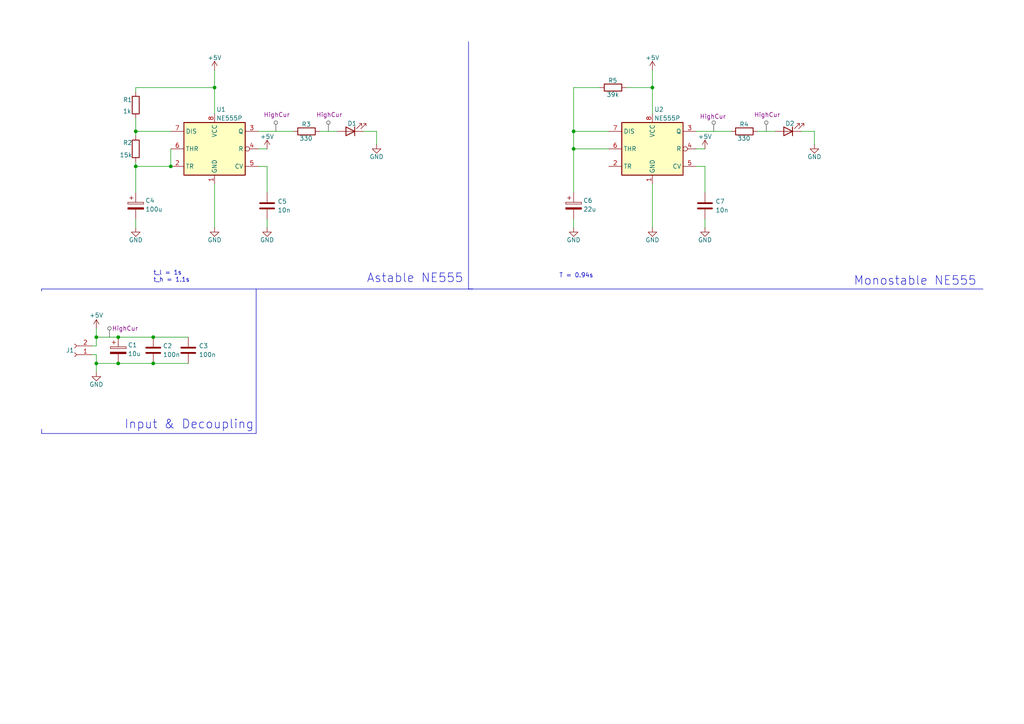
<source format=kicad_sch>
(kicad_sch (version 20250114) (generator "eeschema") (generator_version "9.0")
  (paper "A4")
  (title_block (title "AstabeMonostable_NE555") (date "2025-11-21") (rev "v1") (company "made by Fabrice Gomes"))
  (lib_symbols
    (symbol "Connector:Conn_01x02_Socket" (pin_names (offset 1.016) (hide yes))
      (property "Reference" "J" (at 0 2.54 0))
      (property "Value" "Conn_01x02_Socket" (at 0 -5.08 0))
      (symbol "Conn_01x02_Socket_1_1"
        (polyline (pts (xy -1.27 0) (xy -0.508 0)) (stroke (width 0.1524)))
        (polyline (pts (xy -1.27 -2.54) (xy -0.508 -2.54)) (stroke (width 0.1524)))
        (arc (start 0 -0.508) (mid -0.5058 0) (end 0 0.508) (stroke (width 0.1524)))
        (arc (start 0 -3.048) (mid -0.5058 -2.54) (end 0 -2.032) (stroke (width 0.1524)))
        (pin passive line (at -5.08 0 0) (length 3.81) (name "Pin_1") (number "1"))
        (pin passive line (at -5.08 -2.54 0) (length 3.81) (name "Pin_2") (number "2"))
      )
    )
    (symbol "Device:C" (pin_numbers (hide yes)) (pin_names (offset 0.254))
      (property "Reference" "C" (at 0.635 2.54 0))
      (property "Value" "C" (at 0.635 -2.54 0))
      (symbol "C_0_1"
        (polyline (pts (xy -2.032 0.762) (xy 2.032 0.762)) (stroke (width 0.508)))
        (polyline (pts (xy -2.032 -0.762) (xy 2.032 -0.762)) (stroke (width 0.508)))
      )
      (symbol "C_1_1"
        (pin passive line (at 0 3.81 270) (length 2.794) (name "~") (number "1"))
        (pin passive line (at 0 -3.81 90) (length 2.794) (name "~") (number "2"))
      )
    )
    (symbol "Device:C_Polarized" (pin_numbers (hide yes)) (pin_names (offset 0.254))
      (property "Reference" "C" (at 0.635 2.54 0))
      (property "Value" "C_Polarized" (at 0.635 -2.54 0))
      (symbol "C_Polarized_0_1"
        (rectangle (start -2.286 0.508) (end 2.286 1.016))
        (polyline (pts (xy -1.778 2.286) (xy -0.762 2.286)))
        (polyline (pts (xy -1.27 2.794) (xy -1.27 1.778)))
        (rectangle (start 2.286 -0.508) (end -2.286 -1.016) (fill (type outline)))
      )
      (symbol "C_Polarized_1_1"
        (pin passive line (at 0 3.81 270) (length 2.794) (name "~") (number "1"))
        (pin passive line (at 0 -3.81 90) (length 2.794) (name "~") (number "2"))
      )
    )
    (symbol "Device:LED" (pin_numbers (hide yes)) (pin_names (offset 1.016) (hide yes))
      (property "Reference" "D" (at 0 2.54 0))
      (property "Value" "LED" (at 0 -2.54 0))
      (symbol "LED_0_1"
        (polyline (pts (xy -3.048 -0.762) (xy -4.572 -2.286) (xy -3.81 -2.286) (xy -4.572 -2.286) (xy -4.572 -1.524)))
        (polyline (pts (xy -1.778 -0.762) (xy -3.302 -2.286) (xy -2.54 -2.286) (xy -3.302 -2.286) (xy -3.302 -1.524)))
        (polyline (pts (xy -1.27 0) (xy 1.27 0)))
        (polyline (pts (xy -1.27 -1.27) (xy -1.27 1.27)) (stroke (width 0.254)))
        (polyline (pts (xy 1.27 -1.27) (xy 1.27 1.27) (xy -1.27 0) (xy 1.27 -1.27)) (stroke (width 0.254)))
      )
      (symbol "LED_1_1"
        (pin passive line (at -3.81 0 0) (length 2.54) (name "K") (number "1"))
        (pin passive line (at 3.81 0 180) (length 2.54) (name "A") (number "2"))
      )
    )
    (symbol "Device:R" (pin_numbers (hide yes)) (pin_names (offset 0))
      (property "Reference" "R" (at 2.032 0 90))
      (property "Value" "R" (at 0 0 90))
      (symbol "R_0_1"
        (rectangle (start -1.016 -2.54) (end 1.016 2.54) (stroke (width 0.254)))
      )
      (symbol "R_1_1"
        (pin passive line (at 0 3.81 270) (length 1.27) (name "~") (number "1"))
        (pin passive line (at 0 -3.81 90) (length 1.27) (name "~") (number "2"))
      )
    )
    (symbol "NE555P_1"
      (property "Reference" "U1" (at 0.508 11.43 0))
      (property "Value" "NE555P" (at 0.508 8.89 0))
      (symbol "NE555P_1_0_0"
        (pin power_in line (at 0 10.16 270) (length 2.54) (name "VCC") (number "8"))
        (pin power_in line (at 0 -10.16 90) (length 2.54) (name "GND") (number "1"))
      )
      (symbol "NE555P_1_0_1"
        (rectangle (start -8.89 -7.62) (end 8.89 7.62) (stroke (width 0.254)) (fill (type background)))
        (rectangle (start -8.89 -7.62) (end 8.89 7.62) (stroke (width 0.254)) (fill (type background)))
      )
      (symbol "NE555P_1_1_1"
        (pin input line (at -12.7 5.08 0) (length 3.81) (name "DIS") (number "7"))
        (pin input line (at -12.7 0 0) (length 3.81) (name "THR") (number "6"))
        (pin input line (at -12.7 -5.08 0) (length 3.81) (name "TR") (number "2"))
        (pin output line (at 12.7 5.08 180) (length 3.81) (name "Q") (number "3"))
        (pin input inverted (at 12.7 0 180) (length 3.81) (name "R") (number "4"))
        (pin input line (at 12.7 -5.08 180) (length 3.81) (name "CV") (number "5"))
      )
    )
    (symbol "power:+5V" (power) (pin_numbers (hide yes)) (pin_names (offset 0) (hide yes))
      (property "Value" "+5V" (at 0 3.556 0))
      (symbol "+5V_0_1"
        (polyline (pts (xy -0.762 1.27) (xy 0 2.54)))
        (polyline (pts (xy 0 2.54) (xy 0.762 1.27)))
        (polyline (pts (xy 0 0) (xy 0 2.54)))
      )
      (symbol "+5V_1_1"
        (pin power_in line (at 0 0 90) (length 0) (name "~") (number "1"))
      )
    )
    (symbol "power:GND" (power) (pin_numbers (hide yes)) (pin_names (offset 0) (hide yes))
      (property "Value" "GND" (at 0 -3.81 0))
      (symbol "GND_0_1"
        (polyline (pts (xy 0 0) (xy 0 -1.27) (xy 1.27 -1.27) (xy 0 -2.54) (xy -1.27 -1.27) (xy 0 -1.27)))
      )
      (symbol "GND_1_1"
        (pin power_in line (at 0 0 270) (length 0) (name "~") (number "1"))
      )
    )
  )
  (text "Astable NE555\n" (at 120.396 80.772 0) (effects (font (size 2.54 2.54))))
  (text "Input & Decoupling\n" (at 54.864 123.19 0) (effects (font (size 2.54 2.54))))
  (text "t_l = 1s\nt_h = 1.1s" (at 44.45 80.264 0) (effects (font (size 1.27 1.27)) (justify left)))
  (text "Monostable NE555\n" (at 265.43 81.534 0) (effects (font (size 2.54 2.54))))
  (text "T = 0.94s\n" (at 167.132 80.01 0) (effects (font (size 1.27 1.27))))
  (junction (at 44.45 97.79))
  (junction (at 39.37 48.26))
  (junction (at 166.37 43.18))
  (junction (at 27.94 105.41))
  (junction (at 27.94 97.79))
  (junction (at 166.37 38.1))
  (junction (at 39.37 38.1))
  (junction (at 189.23 25.4))
  (junction (at 34.29 105.41))
  (junction (at 49.53 48.26))
  (junction (at 62.23 25.4))
  (junction (at 34.29 97.79))
  (junction (at 44.45 105.41))
  (wire (pts (xy 39.37 26.67) (xy 39.37 25.4)))
  (wire (pts (xy 27.94 95.25) (xy 27.94 97.79)))
  (wire (pts (xy 77.47 63.5) (xy 77.47 66.04)))
  (wire (pts (xy 39.37 46.99) (xy 39.37 48.26)))
  (wire (pts (xy 44.45 97.79) (xy 54.61 97.79)))
  (wire (pts (xy 27.94 102.87) (xy 27.94 105.41)))
  (polyline (pts (xy 12.065 83.82) (xy 12.065 84.455)))
  (wire (pts (xy 236.22 38.1) (xy 236.22 41.91)))
  (wire (pts (xy 181.61 25.4) (xy 189.23 25.4)))
  (wire (pts (xy 166.37 43.18) (xy 176.53 43.18)))
  (polyline (pts (xy 135.89 12.065) (xy 135.89 83.82)))
  (wire (pts (xy 62.23 25.4) (xy 62.23 33.02)))
  (wire (pts (xy 176.53 38.1) (xy 166.37 38.1)))
  (wire (pts (xy 232.41 38.1) (xy 236.22 38.1)))
  (wire (pts (xy 204.47 48.26) (xy 204.47 55.88)))
  (wire (pts (xy 204.47 48.26) (xy 201.93 48.26)))
  (wire (pts (xy 27.94 97.79) (xy 27.94 100.33)))
  (wire (pts (xy 34.29 105.41) (xy 44.45 105.41)))
  (wire (pts (xy 62.23 20.32) (xy 62.23 25.4)))
  (wire (pts (xy 189.23 25.4) (xy 189.23 33.02)))
  (wire (pts (xy 27.94 105.41) (xy 34.29 105.41)))
  (wire (pts (xy 166.37 63.5) (xy 166.37 66.04)))
  (wire (pts (xy 166.37 43.18) (xy 166.37 55.88)))
  (wire (pts (xy 39.37 38.1) (xy 39.37 39.37)))
  (wire (pts (xy 92.71 38.1) (xy 97.79 38.1)))
  (wire (pts (xy 204.47 63.5) (xy 204.47 66.04)))
  (wire (pts (xy 189.23 20.32) (xy 189.23 25.4)))
  (polyline (pts (xy 74.295 125.73) (xy 12.065 125.73)))
  (wire (pts (xy 201.93 38.1) (xy 212.09 38.1)))
  (wire (pts (xy 166.37 25.4) (xy 166.37 38.1)))
  (wire (pts (xy 77.47 48.26) (xy 77.47 55.88)))
  (polyline (pts (xy 135.89 83.82) (xy 137.16 83.82)))
  (wire (pts (xy 49.53 38.1) (xy 39.37 38.1)))
  (wire (pts (xy 39.37 48.26) (xy 49.53 48.26)))
  (wire (pts (xy 109.22 38.1) (xy 109.22 41.91)))
  (wire (pts (xy 189.23 53.34) (xy 189.23 66.04)))
  (wire (pts (xy 44.45 105.41) (xy 54.61 105.41)))
  (wire (pts (xy 39.37 34.29) (xy 39.37 38.1)))
  (wire (pts (xy 74.93 38.1) (xy 85.09 38.1)))
  (wire (pts (xy 62.23 53.34) (xy 62.23 66.04)))
  (wire (pts (xy 26.67 100.33) (xy 27.94 100.33)))
  (wire (pts (xy 27.94 97.79) (xy 34.29 97.79)))
  (wire (pts (xy 39.37 48.26) (xy 39.37 55.88)))
  (polyline (pts (xy 12.065 125.73) (xy 12.065 124.46)))
  (wire (pts (xy 26.67 102.87) (xy 27.94 102.87)))
  (wire (pts (xy 74.93 43.18) (xy 77.47 43.18)))
  (wire (pts (xy 219.71 38.1) (xy 224.79 38.1)))
  (wire (pts (xy 49.53 43.18) (xy 49.53 48.26)))
  (wire (pts (xy 201.93 43.18) (xy 204.47 43.18)))
  (wire (pts (xy 27.94 105.41) (xy 27.94 107.95)))
  (wire (pts (xy 105.41 38.1) (xy 109.22 38.1)))
  (wire (pts (xy 39.37 63.5) (xy 39.37 66.04)))
  (polyline (pts (xy 74.295 83.82) (xy 74.295 125.73)))
  (wire (pts (xy 39.37 25.4) (xy 62.23 25.4)))
  (wire (pts (xy 34.29 97.79) (xy 44.45 97.79)))
  (wire (pts (xy 166.37 38.1) (xy 166.37 43.18)))
  (wire (pts (xy 77.47 48.26) (xy 74.93 48.26)))
  (wire (pts (xy 166.37 25.4) (xy 173.99 25.4)))
  (polyline (pts (xy 285.115 83.82) (xy 12.065 83.82)))
  (netclass_flag "" (length 2.54) (shape round) (at 207.01 38.1 0) (property "Netclass" "HighCur" (at 202.946 33.782 0) (effects (justify left))))
  (netclass_flag "" (length 2.54) (shape round) (at 222.25 38.1 0) (property "Netclass" "HighCur" (at 218.694 33.274 0) (effects (justify left))))
  (netclass_flag "" (length 2.54) (shape round) (at 31.75 97.79 0) (property "Netclass" "HighCur" (at 32.4485 95.25 0) (effects (justify left))))
  (netclass_flag "" (length 2.54) (shape round) (at 95.25 38.1 0) (property "Netclass" "HighCur" (at 91.694 33.274 0) (effects (justify left))))
  (netclass_flag "" (length 2.54) (shape round) (at 80.01 38.1 0) (property "Netclass" "HighCur" (at 76.454 33.274 0) (effects (justify left))))
  (symbol (lib_id "Device:R") (at 215.9 38.1 90) (unit 1)
    (property "Reference" "R4" (at 217.17 36.068 90) (effects (justify left)))
    (property "Value" "330" (at 217.678 40.132 90) (effects (justify left)))
    (property "Footprint" "Resistor_SMD:R_1206_3216Metric_Pad1.30x1.75mm_HandSolder" (effects (hide yes)))
    (property "Description" "Resistor" (effects (hide yes)))
  )
  (symbol (lib_id "power:+5V") (at 77.47 43.18 0) (unit 1)
    (property "Reference" "#PWR06" (effects (hide yes)))
    (property "Value" "+5V" (at 77.47 39.624 0))
    (property "Description" "Power symbol creates a global label with name \"+5V\"" (effects (hide yes)))
  )
  (symbol (lib_id "power:+5V") (at 27.94 95.25 0) (unit 1)
    (property "Reference" "#PWR03" (effects (hide yes)))
    (property "Value" "+5V" (at 27.94 91.44 0))
    (property "Description" "Power symbol creates a global label with name \"+5V\"" (effects (hide yes)))
  )
  (symbol (lib_id "power:GND") (at 27.94 107.95 0) (unit 1)
    (property "Reference" "#PWR07" (effects (hide yes)))
    (property "Value" "GND" (at 27.94 111.506 0))
    (property "Description" "Power symbol creates a global label with name \"GND\" , ground" (effects (hide yes)))
  )
  (symbol (lib_id "power:GND") (at 204.47 66.04 0) (unit 1)
    (property "Reference" "#PWR014" (effects (hide yes)))
    (property "Value" "GND" (at 204.47 69.596 0))
    (property "Description" "Power symbol creates a global label with name \"GND\" , ground" (effects (hide yes)))
  )
  (symbol (lib_id "power:+5V") (at 189.23 20.32 0) (unit 1)
    (property "Reference" "#PWR01" (effects (hide yes)))
    (property "Value" "+5V" (at 189.23 16.764 0))
    (property "Description" "Power symbol creates a global label with name \"+5V\"" (effects (hide yes)))
  )
  (symbol (lib_id "Device:C_Polarized") (at 166.37 59.69 0) (unit 1)
    (property "Reference" "C6" (at 169.164 58.166 0) (effects (justify left)))
    (property "Value" "22u" (at 169.164 60.706 0) (effects (justify left)))
    (property "Footprint" "Capacitor_SMD:CP_Elec_4x5.4" (effects (hide yes)))
    (property "Description" "Polarized capacitor" (effects (hide yes)))
  )
  (symbol (lib_id "power:GND") (at 166.37 66.04 0) (unit 1)
    (property "Reference" "#PWR012" (effects (hide yes)))
    (property "Value" "GND" (at 166.37 69.596 0))
    (property "Description" "Power symbol creates a global label with name \"GND\" , ground" (effects (hide yes)))
  )
  (symbol (lib_name "NE555P_1") (lib_id "Timer:NE555P") (at 189.23 43.18 0) (unit 1)
    (property "Reference" "U2" (at 189.738 31.75 0) (effects (justify left)))
    (property "Value" "NE555P" (at 189.738 34.29 0) (effects (justify left)))
    (property "Footprint" "Package_DIP:DIP-8_W7.62mm_Socket" (effects (hide yes)))
    (property "Datasheet" "https://cdn-reichelt.de/documents/datenblatt/A200/555ESTEK.pdf" (effects (hide yes)))
    (property "Description" "Precision Timers, 555 compatible,  PDIP-8" (effects (hide yes)))
    (property "Sim.Library" ".\\" (effects (hide yes)))
    (property "Datenblatt TI" "https://www.ti.com/lit/ds/symlink/se555.pdf?HQS=dis-dk-null-digikeymode-dsf-pf-null-wwe&ts=1763720599459&ref_url=https%253A%252F%252Fwww.ti.com%252Fgeneral%252Fdocs%252Fsuppproductinfo.tsp%253FdistId%253D10%2526gotoUrl%253Dhttps%253A%252F%252Fwww.ti.com%252Flit%252Fgpn%252Fse555" (effects (hide yes)))
  )
  (symbol (lib_id "Device:R") (at 39.37 43.18 180) (unit 1)
    (property "Reference" "R2" (at 38.354 41.402 0) (effects (justify left)))
    (property "Value" "15k" (at 38.354 44.958 0) (effects (justify left)))
    (property "Footprint" "Resistor_SMD:R_1206_3216Metric_Pad1.30x1.75mm_HandSolder" (effects (hide yes)))
    (property "Description" "Resistor" (effects (hide yes)))
  )
  (symbol (lib_id "power:GND") (at 77.47 66.04 0) (unit 1)
    (property "Reference" "#PWR011" (effects (hide yes)))
    (property "Value" "GND" (at 77.47 69.596 0))
    (property "Description" "Power symbol creates a global label with name \"GND\" , ground" (effects (hide yes)))
  )
  (symbol (lib_id "Device:R") (at 39.37 30.48 180) (unit 1)
    (property "Reference" "R1" (at 38.354 28.956 0) (effects (justify left)))
    (property "Value" "1k" (at 38.1 32.258 0) (effects (justify left)))
    (property "Footprint" "Resistor_SMD:R_1206_3216Metric_Pad1.30x1.75mm_HandSolder" (effects (hide yes)))
    (property "Description" "Resistor" (effects (hide yes)))
  )
  (symbol (lib_id "Device:C_Polarized") (at 34.29 101.6 0) (unit 1)
    (property "Reference" "C1" (at 37.084 100.076 0) (effects (justify left)))
    (property "Value" "10u" (at 37.084 102.616 0) (effects (justify left)))
    (property "Footprint" "Capacitor_SMD:CP_Elec_5x5.4" (effects (hide yes)))
    (property "Description" "Polarized capacitor" (effects (hide yes)))
  )
  (symbol (lib_id "Connector:Conn_01x02_Socket") (at 21.59 102.87 180) (unit 1)
    (property "Reference" "J1" (at 20.32 101.6 0))
    (property "Value" "Conn_01x02_Socket" (effects (hide yes)))
    (property "Footprint" "Connector_PinSocket_2.54mm:PinSocket_1x02_P2.54mm_Vertical" (effects (hide yes)))
    (property "Description" "Generic connector, single row, 01x02, script generated" (effects (hide yes)))
  )
  (symbol (lib_id "Device:C_Polarized") (at 39.37 59.69 0) (unit 1)
    (property "Reference" "C4" (at 42.164 58.166 0) (effects (justify left)))
    (property "Value" "100u" (at 42.164 60.706 0) (effects (justify left)))
    (property "Footprint" "Capacitor_SMD:CP_Elec_6.3x7.7" (effects (hide yes)))
    (property "Description" "Polarized capacitor" (effects (hide yes)))
  )
  (symbol (lib_id "power:GND") (at 109.22 41.91 0) (unit 1)
    (property "Reference" "#PWR05" (effects (hide yes)))
    (property "Value" "GND" (at 109.22 45.466 0))
    (property "Description" "Power symbol creates a global label with name \"GND\" , ground" (effects (hide yes)))
  )
  (symbol (lib_id "power:GND") (at 62.23 66.04 0) (unit 1)
    (property "Reference" "#PWR010" (effects (hide yes)))
    (property "Value" "GND" (at 62.23 69.596 0))
    (property "Description" "Power symbol creates a global label with name \"GND\" , ground" (effects (hide yes)))
  )
  (symbol (lib_id "Device:C") (at 77.47 59.69 0) (unit 1)
    (property "Reference" "C5" (at 80.518 58.42 0) (effects (justify left)))
    (property "Value" "10n" (at 80.518 60.96 0) (effects (justify left)))
    (property "Footprint" "Capacitor_SMD:C_1206_3216Metric_Pad1.33x1.80mm_HandSolder" (effects (hide yes)))
    (property "Description" "Unpolarized capacitor" (effects (hide yes)))
  )
  (symbol (lib_id "Device:C") (at 54.61 101.6 0) (unit 1)
    (property "Reference" "C3" (at 57.658 100.33 0) (effects (justify left)))
    (property "Value" "100n" (at 57.658 102.87 0) (effects (justify left)))
    (property "Footprint" "Capacitor_SMD:C_1206_3216Metric_Pad1.33x1.80mm_HandSolder" (effects (hide yes)))
    (property "Description" "Unpolarized capacitor" (effects (hide yes)))
  )
  (symbol (lib_id "power:GND") (at 236.22 41.91 0) (unit 1)
    (property "Reference" "#PWR04" (effects (hide yes)))
    (property "Value" "GND" (at 236.22 45.466 0))
    (property "Description" "Power symbol creates a global label with name \"GND\" , ground" (effects (hide yes)))
  )
  (symbol (lib_id "Device:C") (at 44.45 101.6 0) (unit 1)
    (property "Reference" "C2" (at 47.244 100.33 0) (effects (justify left)))
    (property "Value" "100n" (at 47.244 102.87 0) (effects (justify left)))
    (property "Footprint" "Capacitor_SMD:C_1206_3216Metric_Pad1.33x1.80mm_HandSolder" (effects (hide yes)))
    (property "Description" "Unpolarized capacitor" (effects (hide yes)))
  )
  (symbol (lib_id "Device:R") (at 88.9 38.1 90) (unit 1)
    (property "Reference" "R3" (at 90.17 36.068 90) (effects (justify left)))
    (property "Value" "330" (at 90.678 40.132 90) (effects (justify left)))
    (property "Footprint" "Resistor_SMD:R_1206_3216Metric_Pad1.30x1.75mm_HandSolder" (effects (hide yes)))
    (property "Description" "Resistor" (effects (hide yes)))
  )
  (symbol (lib_id "Device:C") (at 204.47 59.69 0) (unit 1)
    (property "Reference" "C7" (at 207.518 58.42 0) (effects (justify left)))
    (property "Value" "10n" (at 207.518 60.96 0) (effects (justify left)))
    (property "Footprint" "Capacitor_SMD:C_1206_3216Metric_Pad1.33x1.80mm_HandSolder" (effects (hide yes)))
    (property "Description" "Unpolarized capacitor" (effects (hide yes)))
  )
  (symbol (lib_id "Device:LED") (at 101.6 38.1 180) (unit 1)
    (property "Reference" "D1" (at 102.108 35.814 0))
    (property "Value" "Rot" (effects (hide yes)))
    (property "Footprint" "Diode_SMD:D_1206_3216Metric_Pad1.42x1.75mm_HandSolder" (effects (hide yes)))
    (property "Description" "Light emitting diode" (effects (hide yes)))
    (property "Sim.Pins" "1=K 2=A" (effects (hide yes)))
  )
  (symbol (lib_id "power:+5V") (at 62.23 20.32 0) (unit 1)
    (property "Reference" "#PWR02" (effects (hide yes)))
    (property "Value" "+5V" (at 62.23 16.764 0))
    (property "Description" "Power symbol creates a global label with name \"+5V\"" (effects (hide yes)))
  )
  (symbol (lib_id "Device:R") (at 177.8 25.4 90) (unit 1)
    (property "Reference" "R5" (at 179.07 23.368 90) (effects (justify left)))
    (property "Value" "39k" (at 179.578 27.432 90) (effects (justify left)))
    (property "Footprint" "Resistor_SMD:R_1206_3216Metric_Pad1.30x1.75mm_HandSolder" (effects (hide yes)))
    (property "Description" "Resistor" (effects (hide yes)))
  )
  (symbol (lib_id "power:GND") (at 39.37 66.04 0) (unit 1)
    (property "Reference" "#PWR08" (effects (hide yes)))
    (property "Value" "GND" (at 39.37 69.596 0))
    (property "Description" "Power symbol creates a global label with name \"GND\" , ground" (effects (hide yes)))
  )
  (symbol (lib_id "power:+5V") (at 204.47 43.18 0) (unit 1)
    (property "Reference" "#PWR09" (effects (hide yes)))
    (property "Value" "+5V" (at 204.47 39.624 0))
    (property "Description" "Power symbol creates a global label with name \"+5V\"" (effects (hide yes)))
  )
  (symbol (lib_id "Device:LED") (at 228.6 38.1 180) (unit 1)
    (property "Reference" "D2" (at 229.108 35.814 0))
    (property "Value" "Rot" (effects (hide yes)))
    (property "Footprint" "Diode_SMD:D_1206_3216Metric_Pad1.42x1.75mm_HandSolder" (effects (hide yes)))
    (property "Description" "Light emitting diode" (effects (hide yes)))
    (property "Sim.Pins" "1=K 2=A" (effects (hide yes)))
  )
  (symbol (lib_name "NE555P_1") (lib_id "Timer:NE555P") (at 62.23 43.18 0) (unit 1)
    (property "Reference" "U1" (at 62.738 31.75 0) (effects (justify left)))
    (property "Value" "NE555P" (at 62.738 34.29 0) (effects (justify left)))
    (property "Footprint" "Package_DIP:DIP-8_W7.62mm_Socket" (effects (hide yes)))
    (property "Datasheet" "https://cdn-reichelt.de/documents/datenblatt/A200/555ESTEK.pdf" (effects (hide yes)))
    (property "Description" "Precision Timers, 555 compatible,  PDIP-8" (effects (hide yes)))
    (property "Sim.Library" ".\\" (effects (hide yes)))
    (property "Datenblatt TI" "https://www.ti.com/lit/ds/symlink/se555.pdf?HQS=dis-dk-null-digikeymode-dsf-pf-null-wwe&ts=1763720599459&ref_url=https%253A%252F%252Fwww.ti.com%252Fgeneral%252Fdocs%252Fsuppproductinfo.tsp%253FdistId%253D10%2526gotoUrl%253Dhttps%253A%252F%252Fwww.ti.com%252Flit%252Fgpn%252Fse555" (effects (hide yes)))
  )
  (symbol (lib_id "power:GND") (at 189.23 66.04 0) (unit 1)
    (property "Reference" "#PWR013" (effects (hide yes)))
    (property "Value" "GND" (at 189.23 69.596 0))
    (property "Description" "Power symbol creates a global label with name \"GND\" , ground" (effects (hide yes)))
  )
)
</source>
